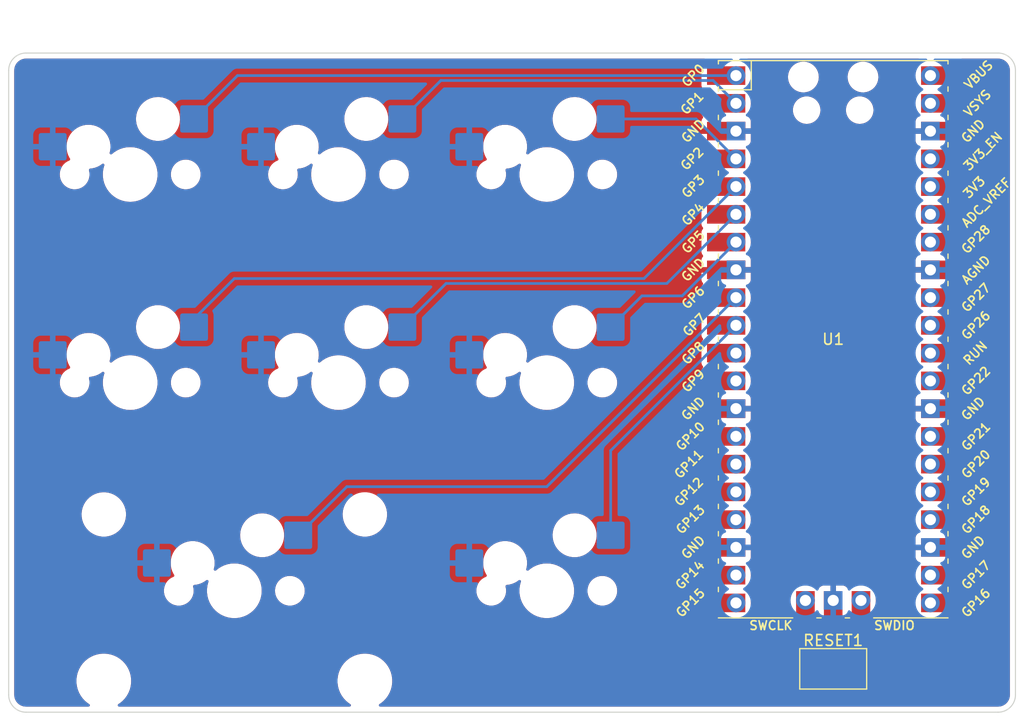
<source format=kicad_pcb>
(kicad_pcb (version 20211014) (generator pcbnew)
  (layers (0 "F.Cu" signal) (31 "B.Cu" signal) (34 "B.Paste" user) (35 "F.Paste" user) (36 "B.SilkS" user "B.Silkscreen") (37 "F.SilkS" user "F.Silkscreen") (38 "B.Mask" user) (39 "F.Mask" user) (44 "Edge.Cuts" user))
  (net 0 "")
  (net 1 "GND")
  (net 2 "reset")
  (net 3 "sw0")
  (net 4 "sw1")
  (net 5 "sw2")
  (net 6 "sw3")
  (net 7 "sw4")
  (net 8 "sw5")
  (net 28 "VDD_3v3")
  (net 34 "sw6")
  (net 35 "sw7")
  (footprint "MX_Hotswap:MX-Hotswap-1U" (layer "F.Cu") (at 164.30625 105.56875)
    (fp_text reference "SW8")
    (fp_text value "SW_Push")
    (pad "" np_thru_hole circle (at -3.81 -2.54) (size 3 3) (drill 3) (layers F&B.Cu *.Mask))
    (pad "" np_thru_hole circle (at 5.08 0 48.099) (size 1.7018 1.7018) (drill 1.7018) (layers F&B.Cu *.Mask))
    (pad "" np_thru_hole circle (at 0 0) (size 3.9878 3.9878) (drill 3.9878) (layers F&B.Cu *.Mask))
    (pad "" np_thru_hole circle (at 2.54 -5.08) (size 3 3) (drill 3) (layers F&B.Cu *.Mask))
    (pad "" np_thru_hole circle (at -5.08 0 48.099) (size 1.7018 1.7018) (drill 1.7018) (layers F&B.Cu *.Mask))
    (pad "1" smd roundrect (at -7.085 -2.54) (size 2.55 2.5) (layers "B.Cu" "B.Paste" "B.Mask") (roundrect_rratio 0.08) (net 1 "GND"))
    (pad "2" smd roundrect (at 5.842 -5.08) (size 2.55 2.5) (layers "B.Cu" "B.Paste" "B.Mask") (roundrect_rratio 0.08) (net 35 "sw7"))
  )
  (footprint "MX_Hotswap:MX-Hotswap-2U" (layer "F.Cu") (at 135.73125 105.56875)
    (fp_text reference "SW7")
    (fp_text value "SW_Push")
    (pad "" np_thru_hole circle (at -3.81 -2.54) (size 3 3) (drill 3) (layers F&B.Cu *.Mask))
    (pad "" np_thru_hole circle (at 5.08 0 48.099) (size 1.7018 1.7018) (drill 1.7018) (layers F&B.Cu *.Mask))
    (pad "" np_thru_hole circle (at 2.54 -5.08) (size 3 3) (drill 3) (layers F&B.Cu *.Mask))
    (pad "" np_thru_hole circle (at -11.938 8.255) (size 3.9878 3.9878) (drill 3.9878) (layers *.Cu *.Mask))
    (pad "" np_thru_hole circle (at -11.938 -6.985) (size 3.048 3.048) (drill 3.048) (layers *.Cu *.Mask))
    (pad "" np_thru_hole circle (at 11.938 8.255) (size 3.9878 3.9878) (drill 3.9878) (layers *.Cu *.Mask))
    (pad "" np_thru_hole circle (at -5.08 0 48.099) (size 1.7018 1.7018) (drill 1.7018) (layers F&B.Cu *.Mask))
    (pad "" np_thru_hole circle (at 11.938 -6.985) (size 3.048 3.048) (drill 3.048) (layers *.Cu *.Mask))
    (pad "" np_thru_hole circle (at 0 0) (size 3.9878 3.9878) (drill 3.9878) (layers F&B.Cu *.Mask))
    (pad "1" smd roundrect (at -7.085 -2.54) (size 2.55 2.5) (layers "B.Cu" "B.Paste" "B.Mask") (roundrect_rratio 0.08) (net 1 "GND"))
    (pad "2" smd roundrect (at 5.842 -5.08) (size 2.55 2.5) (layers "B.Cu" "B.Paste" "B.Mask") (roundrect_rratio 0.08) (net 34 "sw6"))
  )
  (footprint "MX_Hotswap:MX-Hotswap-1U" (layer "F.Cu") (at 126.20625 67.46875)
    (fp_text reference "SW1")
    (fp_text value "SW_Push")
    (pad "" np_thru_hole circle (at 2.54 -5.08) (size 3 3) (drill 3) (layers F&B.Cu *.Mask))
    (pad "" np_thru_hole circle (at -3.81 -2.54) (size 3 3) (drill 3) (layers F&B.Cu *.Mask))
    (pad "" np_thru_hole circle (at -5.08 0 48.099) (size 1.7018 1.7018) (drill 1.7018) (layers F&B.Cu *.Mask))
    (pad "" np_thru_hole circle (at 5.08 0 48.099) (size 1.7018 1.7018) (drill 1.7018) (layers F&B.Cu *.Mask))
    (pad "" np_thru_hole circle (at 0 0) (size 3.9878 3.9878) (drill 3.9878) (layers F&B.Cu *.Mask))
    (pad "1" smd roundrect (at -7.085 -2.54) (size 2.55 2.5) (layers "B.Cu" "B.Paste" "B.Mask") (roundrect_rratio 0.08) (net 1 "GND"))
    (pad "2" smd roundrect (at 5.842 -5.08) (size 2.55 2.5) (layers "B.Cu" "B.Paste" "B.Mask") (roundrect_rratio 0.08) (net 3 "sw0"))
  )
  (footprint "MX_Hotswap:MX-Hotswap-1U" (layer "F.Cu") (at 164.30625 67.46875)
    (fp_text reference "SW3")
    (fp_text value "SW_Push")
    (pad "" np_thru_hole circle (at 5.08 0 48.099) (size 1.7018 1.7018) (drill 1.7018) (layers F&B.Cu *.Mask))
    (pad "" np_thru_hole circle (at 0 0) (size 3.9878 3.9878) (drill 3.9878) (layers F&B.Cu *.Mask))
    (pad "" np_thru_hole circle (at 2.54 -5.08) (size 3 3) (drill 3) (layers F&B.Cu *.Mask))
    (pad "" np_thru_hole circle (at -5.08 0 48.099) (size 1.7018 1.7018) (drill 1.7018) (layers F&B.Cu *.Mask))
    (pad "" np_thru_hole circle (at -3.81 -2.54) (size 3 3) (drill 3) (layers F&B.Cu *.Mask))
    (pad "1" smd roundrect (at -7.085 -2.54) (size 2.55 2.5) (layers "B.Cu" "B.Paste" "B.Mask") (roundrect_rratio 0.08) (net 1 "GND"))
    (pad "2" smd roundrect (at 5.842 -5.08) (size 2.55 2.5) (layers "B.Cu" "B.Paste" "B.Mask") (roundrect_rratio 0.08) (net 5 "sw2"))
  )
  (footprint "MX_Hotswap:MX-Hotswap-1U" (layer "F.Cu") (at 164.30625 86.51875)
    (fp_text reference "SW6")
    (fp_text value "SW_Push")
    (pad "" np_thru_hole circle (at 0 0) (size 3.9878 3.9878) (drill 3.9878) (layers F&B.Cu *.Mask))
    (pad "" np_thru_hole circle (at -5.08 0 48.099) (size 1.7018 1.7018) (drill 1.7018) (layers F&B.Cu *.Mask))
    (pad "" np_thru_hole circle (at -3.81 -2.54) (size 3 3) (drill 3) (layers F&B.Cu *.Mask))
    (pad "" np_thru_hole circle (at 2.54 -5.08) (size 3 3) (drill 3) (layers F&B.Cu *.Mask))
    (pad "" np_thru_hole circle (at 5.08 0 48.099) (size 1.7018 1.7018) (drill 1.7018) (layers F&B.Cu *.Mask))
    (pad "1" smd roundrect (at -7.085 -2.54) (size 2.55 2.5) (layers "B.Cu" "B.Paste" "B.Mask") (roundrect_rratio 0.08) (net 1 "GND"))
    (pad "2" smd roundrect (at 5.842 -5.08) (size 2.55 2.5) (layers "B.Cu" "B.Paste" "B.Mask") (roundrect_rratio 0.08) (net 8 "sw5"))
  )
  (footprint "MX_Hotswap:MX-Hotswap-1U" (layer "F.Cu") (at 145.25625 67.46875)
    (fp_text reference "SW2")
    (fp_text value "SW_Push")
    (pad "" np_thru_hole circle (at -5.08 0 48.099) (size 1.7018 1.7018) (drill 1.7018) (layers F&B.Cu *.Mask))
    (pad "" np_thru_hole circle (at -3.81 -2.54) (size 3 3) (drill 3) (layers F&B.Cu *.Mask))
    (pad "" np_thru_hole circle (at 2.54 -5.08) (size 3 3) (drill 3) (layers F&B.Cu *.Mask))
    (pad "" np_thru_hole circle (at 5.08 0 48.099) (size 1.7018 1.7018) (drill 1.7018) (layers F&B.Cu *.Mask))
    (pad "" np_thru_hole circle (at 0 0) (size 3.9878 3.9878) (drill 3.9878) (layers F&B.Cu *.Mask))
    (pad "1" smd roundrect (at -7.085 -2.54) (size 2.55 2.5) (layers "B.Cu" "B.Paste" "B.Mask") (roundrect_rratio 0.08) (net 1 "GND"))
    (pad "2" smd roundrect (at 5.842 -5.08) (size 2.55 2.5) (layers "B.Cu" "B.Paste" "B.Mask") (roundrect_rratio 0.08) (net 4 "sw1"))
  )
  (footprint "MX_Hotswap:MX-Hotswap-1U" (layer "F.Cu") (at 145.25625 86.51875)
    (fp_text reference "SW5")
    (fp_text value "SW_Push")
    (pad "" np_thru_hole circle (at 0 0) (size 3.9878 3.9878) (drill 3.9878) (layers F&B.Cu *.Mask))
    (pad "" np_thru_hole circle (at -3.81 -2.54) (size 3 3) (drill 3) (layers F&B.Cu *.Mask))
    (pad "" np_thru_hole circle (at -5.08 0 48.099) (size 1.7018 1.7018) (drill 1.7018) (layers F&B.Cu *.Mask))
    (pad "" np_thru_hole circle (at 2.54 -5.08) (size 3 3) (drill 3) (layers F&B.Cu *.Mask))
    (pad "" np_thru_hole circle (at 5.08 0 48.099) (size 1.7018 1.7018) (drill 1.7018) (layers F&B.Cu *.Mask))
    (pad "1" smd roundrect (at -7.085 -2.54) (size 2.55 2.5) (layers "B.Cu" "B.Paste" "B.Mask") (roundrect_rratio 0.08) (net 1 "GND"))
    (pad "2" smd roundrect (at 5.842 -5.08) (size 2.55 2.5) (layers "B.Cu" "B.Paste" "B.Mask") (roundrect_rratio 0.08) (net 7 "sw4"))
  )
  (footprint "MX_Hotswap:MX-Hotswap-1U" (layer "F.Cu") (at 126.20625 86.51875)
    (fp_text reference "SW4")
    (fp_text value "SW_Push")
    (pad "" np_thru_hole circle (at 5.08 0 48.099) (size 1.7018 1.7018) (drill 1.7018) (layers F&B.Cu *.Mask))
    (pad "" np_thru_hole circle (at -3.81 -2.54) (size 3 3) (drill 3) (layers F&B.Cu *.Mask))
    (pad "" np_thru_hole circle (at 2.54 -5.08) (size 3 3) (drill 3) (layers F&B.Cu *.Mask))
    (pad "" np_thru_hole circle (at -5.08 0 48.099) (size 1.7018 1.7018) (drill 1.7018) (layers F&B.Cu *.Mask))
    (pad "" np_thru_hole circle (at 0 0) (size 3.9878 3.9878) (drill 3.9878) (layers F&B.Cu *.Mask))
    (pad "1" smd roundrect (at -7.085 -2.54) (size 2.55 2.5) (layers "B.Cu" "B.Paste" "B.Mask") (roundrect_rratio 0.08) (net 1 "GND"))
    (pad "2" smd roundrect (at 5.842 -5.08) (size 2.55 2.5) (layers "B.Cu" "B.Paste" "B.Mask") (roundrect_rratio 0.08) (net 6 "sw3"))
  )
  (footprint "Button_Switch_SMD:SW_SPST_CK_RS282G05A3" (layer "F.Cu") (at 190.5 112.7125)
    (fp_text reference "RESET1" (at 0 -2.6) (layer "F.SilkS"))
    (fp_text value "SW_Push")
    (fp_line (start -3.06 -1.85) (end 3.06 -1.85) (layer "F.SilkS") (width 0.12))
    (fp_line (start 3.06 -1.85) (end 3.06 1.85) (layer "F.SilkS") (width 0.12))
    (fp_line (start -3.06 1.85) (end -3.06 -1.85) (layer "F.SilkS") (width 0.12))
    (fp_line (start 3.06 1.85) (end -3.06 1.85) (layer "F.SilkS") (width 0.12))
    (pad "1" smd rect (at -3.9 0) (size 1.5 1.5) (layers "F.Cu" "F.Paste" "F.Mask") (net 1 "GND"))
    (pad "2" smd rect (at 3.9 0) (size 1.5 1.5) (layers "F.Cu" "F.Paste" "F.Mask") (net 2 "reset"))
  )
  (footprint "MCU_RaspberryPi_and_Boards:RPi_Pico_SMD_TH" (layer "F.Cu") (at 190.5 82.55)
    (fp_text reference "U1" (at 0 0) (layer "F.SilkS"))
    (fp_text value "Pico")
    (fp_text user "VBUS" (at 13.3 -24.2 45) (layer "F.SilkS") (effects (font (size 0.8 0.8))))
    (fp_text user "GP8" (at -12.8 1.27 45) (layer "F.SilkS") (effects (font (size 0.8 0.8))))
    (fp_text user "SWCLK" (at -5.7 26.2) (layer "F.SilkS") (effects (font (size 0.8 0.8))))
    (fp_text user "GP2" (at -12.9 -16.51 45) (layer "F.SilkS") (effects (font (size 0.8 0.8))))
    (fp_text user "GND" (at -12.8 19.05 45) (layer "F.SilkS") (effects (font (size 0.8 0.8))))
    (fp_text user "GP12" (at -13.2 13.97 45) (layer "F.SilkS") (effects (font (size 0.8 0.8))))
    (fp_text user "3V3_EN" (at 13.7 -17.2 45) (layer "F.SilkS") (effects (font (size 0.8 0.8))))
    (fp_text user "GP1" (at -12.9 -21.6 45) (layer "F.SilkS") (effects (font (size 0.8 0.8))))
    (fp_text user "GP11" (at -13.2 11.43 45) (layer "F.SilkS") (effects (font (size 0.8 0.8))))
    (fp_text user "GP18" (at 13.054 16.51 45) (layer "F.SilkS") (effects (font (size 0.8 0.8))))
    (fp_text user "GP21" (at 13.054 8.9 45) (layer "F.SilkS") (effects (font (size 0.8 0.8))))
    (fp_text user "GND" (at -12.8 6.35 45) (layer "F.SilkS") (effects (font (size 0.8 0.8))))
    (fp_text user "GP20" (at 13.054 11.43 45) (layer "F.SilkS") (effects (font (size 0.8 0.8))))
    (fp_text user "GND" (at 12.8 19.05 45) (layer "F.SilkS") (effects (font (size 0.8 0.8))))
    (fp_text user "AGND" (at 13.054 -6.35 45) (layer "F.SilkS") (effects (font (size 0.8 0.8))))
    (fp_text user "GND" (at 12.8 -19.05 45) (layer "F.SilkS") (effects (font (size 0.8 0.8))))
    (fp_text user "GP26" (at 13.054 -1.27 45) (layer "F.SilkS") (effects (font (size 0.8 0.8))))
    (fp_text user "RUN" (at 13 1.27 45) (layer "F.SilkS") (effects (font (size 0.8 0.8))))
    (fp_text user "GP22" (at 13.054 3.81 45) (layer "F.SilkS") (effects (font (size 0.8 0.8))))
    (fp_text user "3V3" (at 12.9 -13.9 45) (layer "F.SilkS") (effects (font (size 0.8 0.8))))
    (fp_text user "GP9" (at -12.8 3.81 45) (layer "F.SilkS") (effects (font (size 0.8 0.8))))
    (fp_text user "GND" (at 12.8 6.35 45) (layer "F.SilkS") (effects (font (size 0.8 0.8))))
    (fp_text user "GP5" (at -12.8 -8.89 45) (layer "F.SilkS") (effects (font (size 0.8 0.8))))
    (fp_text user "GP6" (at -12.8 -3.81 45) (layer "F.SilkS") (effects (font (size 0.8 0.8))))
    (fp_text user "GP28" (at 13.054 -9.144 45) (layer "F.SilkS") (effects (font (size 0.8 0.8))))
    (fp_text user "GND" (at -12.8 -19.05 45) (layer "F.SilkS") (effects (font (size 0.8 0.8))))
    (fp_text user "GP16" (at 13.054 24.13 45) (layer "F.SilkS") (effects (font (size 0.8 0.8))))
    (fp_text user "GP27" (at 13.054 -3.8 45) (layer "F.SilkS") (effects (font (size 0.8 0.8))))
    (fp_text user "GND" (at -12.8 -6.35 45) (layer "F.SilkS") (effects (font (size 0.8 0.8))))
    (fp_text user "ADC_VREF" (at 14 -12.5 45) (layer "F.SilkS") (effects (font (size 0.8 0.8))))
    (fp_text user "VSYS" (at 13.2 -21.59 45) (layer "F.SilkS") (effects (font (size 0.8 0.8))))
    (fp_text user "GP10" (at -13.054 8.89 45) (layer "F.SilkS") (effects (font (size 0.8 0.8))))
    (fp_text user "GP15" (at -13.054 24.13 45) (layer "F.SilkS") (effects (font (size 0.8 0.8))))
    (fp_text user "SWDIO" (at 5.6 26.2) (layer "F.SilkS") (effects (font (size 0.8 0.8))))
    (fp_text user "GP14" (at -13.1 21.59 45) (layer "F.SilkS") (effects (font (size 0.8 0.8))))
    (fp_text user "GP3" (at -12.8 -13.97 45) (layer "F.SilkS") (effects (font (size 0.8 0.8))))
    (fp_text user "GP4" (at -12.8 -11.43 45) (layer "F.SilkS") (effects (font (size 0.8 0.8))))
    (fp_text user "GP7" (at -12.7 -1.3 45) (layer "F.SilkS") (effects (font (size 0.8 0.8))))
    (fp_text user "GP17" (at 13.054 21.59 45) (layer "F.SilkS") (effects (font (size 0.8 0.8))))
    (fp_text user "GP13" (at -13.054 16.51 45) (layer "F.SilkS") (effects (font (size 0.8 0.8))))
    (fp_text user "GP0" (at -12.8 -24.13 45) (layer "F.SilkS") (effects (font (size 0.8 0.8))))
    (fp_text user "GP19" (at 13.054 13.97 45) (layer "F.SilkS") (effects (font (size 0.8 0.8))))
    (fp_line (start -10.5 -25.5) (end -10.5 -25.2) (layer "F.SilkS") (width 0.12))
    (fp_line (start -1.5 25.5) (end -1.1 25.5) (layer "F.SilkS") (width 0.12))
    (fp_line (start -10.5 -10.4) (end -10.5 -10) (layer "F.SilkS") (width 0.12))
    (fp_line (start 10.5 7.4) (end 10.5 7.8) (layer "F.SilkS") (width 0.12))
    (fp_line (start -10.5 -0.2) (end -10.5 0.2) (layer "F.SilkS") (width 0.12))
    (fp_line (start -10.5 -5.3) (end -10.5 -4.9) (layer "F.SilkS") (width 0.12))
    (fp_line (start -10.5 2.3) (end -10.5 2.7) (layer "F.SilkS") (width 0.12))
    (fp_line (start 10.5 -20.5) (end 10.5 -20.1) (layer "F.SilkS") (width 0.12))
    (fp_line (start 10.5 22.7) (end 10.5 23.1) (layer "F.SilkS") (width 0.12))
    (fp_line (start 1.1 25.5) (end 1.5 25.5) (layer "F.SilkS") (width 0.12))
    (fp_line (start -10.5 20.1) (end -10.5 20.5) (layer "F.SilkS") (width 0.12))
    (fp_line (start 10.5 -18) (end 10.5 -17.6) (layer "F.SilkS") (width 0.12))
    (fp_line (start 10.5 12.5) (end 10.5 12.9) (layer "F.SilkS") (width 0.12))
    (fp_line (start 10.5 -0.2) (end 10.5 0.2) (layer "F.SilkS") (width 0.12))
    (fp_line (start 10.5 -25.5) (end 10.5 -25.2) (layer "F.SilkS") (width 0.12))
    (fp_line (start -10.5 -22.833) (end -7.493 -22.833) (layer "F.SilkS") (width 0.12))
    (fp_line (start -10.5 -18) (end -10.5 -17.6) (layer "F.SilkS") (width 0.12))
    (fp_line (start 10.5 -12.9) (end 10.5 -12.5) (layer "F.SilkS") (width 0.12))
    (fp_line (start -10.5 -15.4) (end -10.5 -15) (layer "F.SilkS") (width 0.12))
    (fp_line (start -10.5 -12.9) (end -10.5 -12.5) (layer "F.SilkS") (width 0.12))
    (fp_line (start 10.5 20.1) (end 10.5 20.5) (layer "F.SilkS") (width 0.12))
    (fp_line (start 10.5 -7.8) (end 10.5 -7.4) (layer "F.SilkS") (width 0.12))
    (fp_line (start -3.7 25.5) (end -10.5 25.5) (layer "F.SilkS") (width 0.12))
    (fp_line (start 10.5 2.3) (end 10.5 2.7) (layer "F.SilkS") (width 0.12))
    (fp_line (start 10.5 10) (end 10.5 10.4) (layer "F.SilkS") (width 0.12))
    (fp_line (start -10.5 17.6) (end -10.5 18) (layer "F.SilkS") (width 0.12))
    (fp_line (start -7.493 -22.833) (end -7.493 -25.5) (layer "F.SilkS") (width 0.12))
    (fp_line (start 10.5 -15.4) (end 10.5 -15) (layer "F.SilkS") (width 0.12))
    (fp_line (start 10.5 15.1) (end 10.5 15.5) (layer "F.SilkS") (width 0.12))
    (fp_line (start -10.5 -2.7) (end -10.5 -2.3) (layer "F.SilkS") (width 0.12))
    (fp_line (start -10.5 22.7) (end -10.5 23.1) (layer "F.SilkS") (width 0.12))
    (fp_line (start 10.5 -2.7) (end 10.5 -2.3) (layer "F.SilkS") (width 0.12))
    (fp_line (start -10.5 4.9) (end -10.5 5.3) (layer "F.SilkS") (width 0.12))
    (fp_line (start -10.5 -20.5) (end -10.5 -20.1) (layer "F.SilkS") (width 0.12))
    (fp_line (start -10.5 7.4) (end -10.5 7.8) (layer "F.SilkS") (width 0.12))
    (fp_line (start -10.5 12.5) (end -10.5 12.9) (layer "F.SilkS") (width 0.12))
    (fp_line (start 10.5 -10.4) (end 10.5 -10) (layer "F.SilkS") (width 0.12))
    (fp_line (start 10.5 4.9) (end 10.5 5.3) (layer "F.SilkS") (width 0.12))
    (fp_line (start -10.5 -25.5) (end 10.5 -25.5) (layer "F.SilkS") (width 0.12))
    (fp_line (start 10.5 -23.1) (end 10.5 -22.7) (layer "F.SilkS") (width 0.12))
    (fp_line (start -10.5 -23.1) (end -10.5 -22.7) (layer "F.SilkS") (width 0.12))
    (fp_line (start -10.5 10) (end -10.5 10.4) (layer "F.SilkS") (width 0.12))
    (fp_line (start 10.5 25.5) (end 3.7 25.5) (layer "F.SilkS") (width 0.12))
    (fp_line (start 10.5 -5.3) (end 10.5 -4.9) (layer "F.SilkS") (width 0.12))
    (fp_line (start -10.5 -7.8) (end -10.5 -7.4) (layer "F.SilkS") (width 0.12))
    (fp_line (start 10.5 17.6) (end 10.5 18) (layer "F.SilkS") (width 0.12))
    (fp_line (start -10.5 15.1) (end -10.5 15.5) (layer "F.SilkS") (width 0.12))
    (pad "" np_thru_hole oval (at 2.725 -24) (size 1.8 1.8) (drill 1.8) (layers *.Cu *.Mask))
    (pad "" np_thru_hole oval (at -2.425 -20.97) (size 1.5 1.5) (drill 1.5) (layers *.Cu *.Mask))
    (pad "" np_thru_hole oval (at -2.725 -24) (size 1.8 1.8) (drill 1.8) (layers *.Cu *.Mask))
    (pad "" np_thru_hole oval (at 2.425 -20.97) (size 1.5 1.5) (drill 1.5) (layers *.Cu *.Mask))
    (pad "1" smd rect (at -8.89 -24.13) (size 3.5 1.7) (drill (offset -0.9 0)) (layers "F.Cu" "F.Mask") (net 3 "sw0"))
    (pad "1" thru_hole oval (at -8.89 -24.13) (size 1.7 1.7) (drill 1.02) (layers *.Cu *.Mask) (net 3 "sw0"))
    (pad "2" smd rect (at -8.89 -21.59) (size 3.5 1.7) (drill (offset -0.9 0)) (layers "F.Cu" "F.Mask") (net 4 "sw1"))
    (pad "2" thru_hole oval (at -8.89 -21.59) (size 1.7 1.7) (drill 1.02) (layers *.Cu *.Mask) (net 4 "sw1"))
    (pad "3" smd rect (at -8.89 -19.05) (size 3.5 1.7) (drill (offset -0.9 0)) (layers "F.Cu" "F.Mask") (net 1 "GND"))
    (pad "3" thru_hole rect (at -8.89 -19.05) (size 1.7 1.7) (drill 1.02) (layers *.Cu *.Mask) (net 1 "GND"))
    (pad "4" smd rect (at -8.89 -16.51) (size 3.5 1.7) (drill (offset -0.9 0)) (layers "F.Cu" "F.Mask") (net 5 "sw2"))
    (pad "4" thru_hole oval (at -8.89 -16.51) (size 1.7 1.7) (drill 1.02) (layers *.Cu *.Mask) (net 5 "sw2"))
    (pad "5" smd rect (at -8.89 -13.97) (size 3.5 1.7) (drill (offset -0.9 0)) (layers "F.Cu" "F.Mask") (net 6 "sw3"))
    (pad "5" thru_hole oval (at -8.89 -13.97) (size 1.7 1.7) (drill 1.02) (layers *.Cu *.Mask) (net 6 "sw3"))
    (pad "6" thru_hole oval (at -8.89 -11.43) (size 1.7 1.7) (drill 1.02) (layers *.Cu *.Mask) (net 7 "sw4"))
    (pad "6" smd rect (at -8.89 -11.43) (size 3.5 1.7) (drill (offset -0.9 0)) (layers "F.Cu" "F.Mask") (net 7 "sw4"))
    (pad "7" smd rect (at -8.89 -8.89) (size 3.5 1.7) (drill (offset -0.9 0)) (layers "F.Cu" "F.Mask") (net 8 "sw5"))
    (pad "7" thru_hole oval (at -8.89 -8.89) (size 1.7 1.7) (drill 1.02) (layers *.Cu *.Mask) (net 8 "sw5"))
    (pad "8" smd rect (at -8.89 -6.35) (size 3.5 1.7) (drill (offset -0.9 0)) (layers "F.Cu" "F.Mask") (net 1 "GND"))
    (pad "8" thru_hole rect (at -8.89 -6.35) (size 1.7 1.7) (drill 1.02) (layers *.Cu *.Mask) (net 1 "GND"))
    (pad "9" smd rect (at -8.89 -3.81) (size 3.5 1.7) (drill (offset -0.9 0)) (layers "F.Cu" "F.Mask") (net 34 "sw6"))
    (pad "9" thru_hole oval (at -8.89 -3.81) (size 1.7 1.7) (drill 1.02) (layers *.Cu *.Mask) (net 34 "sw6"))
    (pad "10" thru_hole oval (at -8.89 -1.27) (size 1.7 1.7) (drill 1.02) (layers *.Cu *.Mask) (net 35 "sw7"))
    (pad "10" smd rect (at -8.89 -1.27) (size 3.5 1.7) (drill (offset -0.9 0)) (layers "F.Cu" "F.Mask") (net 35 "sw7"))
    (pad "11" thru_hole oval (at -8.89 1.27) (size 1.7 1.7) (drill 1.02) (layers *.Cu *.Mask))
    (pad "11" smd rect (at -8.89 1.27) (size 3.5 1.7) (drill (offset -0.9 0)) (layers "F.Cu" "F.Mask"))
    (pad "12" smd rect (at -8.89 3.81) (size 3.5 1.7) (drill (offset -0.9 0)) (layers "F.Cu" "F.Mask"))
    (pad "12" thru_hole oval (at -8.89 3.81) (size 1.7 1.7) (drill 1.02) (layers *.Cu *.Mask))
    (pad "13" thru_hole rect (at -8.89 6.35) (size 1.7 1.7) (drill 1.02) (layers *.Cu *.Mask) (net 1 "GND"))
    (pad "13" smd rect (at -8.89 6.35) (size 3.5 1.7) (drill (offset -0.9 0)) (layers "F.Cu" "F.Mask") (net 1 "GND"))
    (pad "14" smd rect (at -8.89 8.89) (size 3.5 1.7) (drill (offset -0.9 0)) (layers "F.Cu" "F.Mask"))
    (pad "14" thru_hole oval (at -8.89 8.89) (size 1.7 1.7) (drill 1.02) (layers *.Cu *.Mask))
    (pad "15" smd rect (at -8.89 11.43) (size 3.5 1.7) (drill (offset -0.9 0)) (layers "F.Cu" "F.Mask"))
    (pad "15" thru_hole oval (at -8.89 11.43) (size 1.7 1.7) (drill 1.02) (layers *.Cu *.Mask))
    (pad "16" smd rect (at -8.89 13.97) (size 3.5 1.7) (drill (offset -0.9 0)) (layers "F.Cu" "F.Mask"))
    (pad "16" thru_hole oval (at -8.89 13.97) (size 1.7 1.7) (drill 1.02) (layers *.Cu *.Mask))
    (pad "17" smd rect (at -8.89 16.51) (size 3.5 1.7) (drill (offset -0.9 0)) (layers "F.Cu" "F.Mask"))
    (pad "17" thru_hole oval (at -8.89 16.51) (size 1.7 1.7) (drill 1.02) (layers *.Cu *.Mask))
    (pad "18" smd rect (at -8.89 19.05) (size 3.5 1.7) (drill (offset -0.9 0)) (layers "F.Cu" "F.Mask") (net 1 "GND"))
    (pad "18" thru_hole rect (at -8.89 19.05) (size 1.7 1.7) (drill 1.02) (layers *.Cu *.Mask) (net 1 "GND"))
    (pad "19" smd rect (at -8.89 21.59) (size 3.5 1.7) (drill (offset -0.9 0)) (layers "F.Cu" "F.Mask"))
    (pad "19" thru_hole oval (at -8.89 21.59) (size 1.7 1.7) (drill 1.02) (layers *.Cu *.Mask))
    (pad "20" smd rect (at -8.89 24.13) (size 3.5 1.7) (drill (offset -0.9 0)) (layers "F.Cu" "F.Mask"))
    (pad "20" thru_hole oval (at -8.89 24.13) (size 1.7 1.7) (drill 1.02) (layers *.Cu *.Mask))
    (pad "21" smd rect (at 8.89 24.13) (size 3.5 1.7) (drill (offset 0.9 0)) (layers "F.Cu" "F.Mask"))
    (pad "21" thru_hole oval (at 8.89 24.13) (size 1.7 1.7) (drill 1.02) (layers *.Cu *.Mask))
    (pad "22" smd rect (at 8.89 21.59) (size 3.5 1.7) (drill (offset 0.9 0)) (layers "F.Cu" "F.Mask"))
    (pad "22" thru_hole oval (at 8.89 21.59) (size 1.7 1.7) (drill 1.02) (layers *.Cu *.Mask))
    (pad "23" thru_hole rect (at 8.89 19.05) (size 1.7 1.7) (drill 1.02) (layers *.Cu *.Mask) (net 1 "GND"))
    (pad "23" smd rect (at 8.89 19.05) (size 3.5 1.7) (drill (offset 0.9 0)) (layers "F.Cu" "F.Mask") (net 1 "GND"))
    (pad "24" smd rect (at 8.89 16.51) (size 3.5 1.7) (drill (offset 0.9 0)) (layers "F.Cu" "F.Mask"))
    (pad "24" thru_hole oval (at 8.89 16.51) (size 1.7 1.7) (drill 1.02) (layers *.Cu *.Mask))
    (pad "25" smd rect (at 8.89 13.97) (size 3.5 1.7) (drill (offset 0.9 0)) (layers "F.Cu" "F.Mask"))
    (pad "25" thru_hole oval (at 8.89 13.97) (size 1.7 1.7) (drill 1.02) (layers *.Cu *.Mask))
    (pad "26" thru_hole oval (at 8.89 11.43) (size 1.7 1.7) (drill 1.02) (layers *.Cu *.Mask))
    (pad "26" smd rect (at 8.89 11.43) (size 3.5 1.7) (drill (offset 0.9 0)) (layers "F.Cu" "F.Mask"))
    (pad "27" thru_hole oval (at 8.89 8.89) (size 1.7 1.7) (drill 1.02) (layers *.Cu *.Mask))
    (pad "27" smd rect (at 8.89 8.89) (size 3.5 1.7) (drill (offset 0.9 0)) (layers "F.Cu" "F.Mask"))
    (pad "28" thru_hole rect (at 8.89 6.35) (size 1.7 1.7) (drill 1.02) (layers *.Cu *.Mask) (net 1 "GND"))
    (pad "28" smd rect (at 8.89 6.35) (size 3.5 1.7) (drill (offset 0.9 0)) (layers "F.Cu" "F.Mask") (net 1 "GND"))
    (pad "29" thru_hole oval (at 8.89 3.81) (size 1.7 1.7) (drill 1.02) (layers *.Cu *.Mask))
    (pad "29" smd rect (at 8.89 3.81) (size 3.5 1.7) (drill (offset 0.9 0)) (layers "F.Cu" "F.Mask"))
    (pad "30" smd rect (at 8.89 1.27) (size 3.5 1.7) (drill (offset 0.9 0)) (layers "F.Cu" "F.Mask") (net 2 "reset"))
    (pad "30" thru_hole oval (at 8.89 1.27) (size 1.7 1.7) (drill 1.02) (layers *.Cu *.Mask) (net 2 "reset"))
    (pad "31" smd rect (at 8.89 -1.27) (size 3.5 1.7) (drill (offset 0.9 0)) (layers "F.Cu" "F.Mask"))
    (pad "31" thru_hole oval (at 8.89 -1.27) (size 1.7 1.7) (drill 1.02) (layers *.Cu *.Mask))
    (pad "32" smd rect (at 8.89 -3.81) (size 3.5 1.7) (drill (offset 0.9 0)) (layers "F.Cu" "F.Mask"))
    (pad "32" thru_hole oval (at 8.89 -3.81) (size 1.7 1.7) (drill 1.02) (layers *.Cu *.Mask))
    (pad "33" thru_hole rect (at 8.89 -6.35) (size 1.7 1.7) (drill 1.02) (layers *.Cu *.Mask) (net 1 "GND"))
    (pad "33" smd rect (at 8.89 -6.35) (size 3.5 1.7) (drill (offset 0.9 0)) (layers "F.Cu" "F.Mask") (net 1 "GND"))
    (pad "34" smd rect (at 8.89 -8.89) (size 3.5 1.7) (drill (offset 0.9 0)) (layers "F.Cu" "F.Mask"))
    (pad "34" thru_hole oval (at 8.89 -8.89) (size 1.7 1.7) (drill 1.02) (layers *.Cu *.Mask))
    (pad "35" smd rect (at 8.89 -11.43) (size 3.5 1.7) (drill (offset 0.9 0)) (layers "F.Cu" "F.Mask"))
    (pad "35" thru_hole oval (at 8.89 -11.43) (size 1.7 1.7) (drill 1.02) (layers *.Cu *.Mask))
    (pad "36" thru_hole oval (at 8.89 -13.97) (size 1.7 1.7) (drill 1.02) (layers *.Cu *.Mask) (net 28 "VDD_3v3"))
    (pad "36" smd rect (at 8.89 -13.97) (size 3.5 1.7) (drill (offset 0.9 0)) (layers "F.Cu" "F.Mask") (net 28 "VDD_3v3"))
    (pad "37" thru_hole oval (at 8.89 -16.51) (size 1.7 1.7) (drill 1.02) (layers *.Cu *.Mask))
    (pad "37" smd rect (at 8.89 -16.51) (size 3.5 1.7) (drill (offset 0.9 0)) (layers "F.Cu" "F.Mask"))
    (pad "38" smd rect (at 8.89 -19.05) (size 3.5 1.7) (drill (offset 0.9 0)) (layers "F.Cu" "F.Mask") (net 1 "GND"))
    (pad "38" thru_hole rect (at 8.89 -19.05) (size 1.7 1.7) (drill 1.02) (layers *.Cu *.Mask) (net 1 "GND"))
    (pad "39" thru_hole oval (at 8.89 -21.59) (size 1.7 1.7) (drill 1.02) (layers *.Cu *.Mask))
    (pad "39" smd rect (at 8.89 -21.59) (size 3.5 1.7) (drill (offset 0.9 0)) (layers "F.Cu" "F.Mask"))
    (pad "40" thru_hole oval (at 8.89 -24.13) (size 1.7 1.7) (drill 1.02) (layers *.Cu *.Mask))
    (pad "40" smd rect (at 8.89 -24.13) (size 3.5 1.7) (drill (offset 0.9 0)) (layers "F.Cu" "F.Mask"))
    (pad "41" smd rect (at -2.54 23.9 90) (size 3.5 1.7) (drill (offset -0.9 0)) (layers "F.Cu" "F.Mask"))
    (pad "41" thru_hole oval (at -2.54 23.9) (size 1.7 1.7) (drill 1.02) (layers *.Cu *.Mask))
    (pad "42" thru_hole rect (at 0 23.9) (size 1.7 1.7) (drill 1.02) (layers *.Cu *.Mask) (net 1 "GND"))
    (pad "42" smd rect (at 0 23.9 90) (size 3.5 1.7) (drill (offset -0.9 0)) (layers "F.Cu" "F.Mask") (net 1 "GND"))
    (pad "43" thru_hole oval (at 2.54 23.9) (size 1.7 1.7) (drill 1.02) (layers *.Cu *.Mask))
    (pad "43" smd rect (at 2.54 23.9 90) (size 3.5 1.7) (drill (offset -0.9 0)) (layers "F.Cu" "F.Mask"))
  )
  (gr_arc (start 115.09375 57.94375) (mid 115.558718 56.821218) (end 116.68125 56.35625) (layer "Edge.Cuts") (width 0.1))
  (gr_line (start 116.68125 116.68125) (end 205.58125 116.68125) (layer "Edge.Cuts") (width 0.1))
  (gr_arc (start 205.58125 56.35625) (mid 206.703782 56.821218) (end 207.16875 57.94375) (layer "Edge.Cuts") (width 0.1))
  (gr_arc (start 207.16875 115.09375) (mid 206.703782 116.216282) (end 205.58125 116.68125) (layer "Edge.Cuts") (width 0.1))
  (gr_line (start 115.09375 57.94375) (end 115.09375 115.09375) (layer "Edge.Cuts") (width 0.1))
  (gr_line (start 207.16875 57.94375) (end 207.16875 115.09375) (layer "Edge.Cuts") (width 0.1))
  (gr_line (start 116.68125 56.35625) (end 205.58125 56.35625) (layer "Edge.Cuts") (width 0.1))
  (gr_arc (start 116.68125 116.68125) (mid 115.558718 116.216282) (end 115.09375 115.09375) (layer "Edge.Cuts") (width 0.1))
  (segment (start 200.025 112.7125) (end 203.99375 108.74375) (width 0.25) (layer "F.Cu") (net 2))
  (segment (start 194.4 112.7125) (end 200.025 112.7125) (width 0.25) (layer "F.Cu") (net 2))
  (segment (start 201 83.82) (end 199.39 83.82) (width 0.25) (layer "F.Cu") (net 2))
  (segment (start 203.99375 108.74375) (end 203.99375 86.81375) (width 0.25) (layer "F.Cu") (net 2))
  (segment (start 203.99375 86.81375) (end 201 83.82) (width 0.25) (layer "F.Cu") (net 2))
  (segment (start 132.04825 62.38875) (end 136.017 58.42) (width 0.25) (layer "B.Cu") (net 3))
  (segment (start 136.017 58.42) (end 181.61 58.42) (width 0.25) (layer "B.Cu") (net 3))
  (segment (start 179.52 58.87) (end 181.61 60.96) (width 0.25) (layer "B.Cu") (net 4))
  (segment (start 154.617 58.87) (end 179.52 58.87) (width 0.25) (layer "B.Cu") (net 4))
  (segment (start 151.09825 62.38875) (end 154.617 58.87) (width 0.25) (layer "B.Cu") (net 4))
  (segment (start 170.14825 62.38875) (end 177.95875 62.38875) (width 0.25) (layer "B.Cu") (net 5))
  (segment (start 177.95875 62.38875) (end 181.61 66.04) (width 0.25) (layer "B.Cu") (net 5))
  (segment (start 132.04825 80.67675) (end 135.73125 76.99375) (width 0.25) (layer "B.Cu") (net 6))
  (segment (start 132.04825 81.43875) (end 132.04825 80.67675) (width 0.25) (layer "B.Cu") (net 6))
  (segment (start 173.19625 76.99375) (end 181.61 68.58) (width 0.25) (layer "B.Cu") (net 6))
  (segment (start 135.73125 76.99375) (end 173.19625 76.99375) (width 0.25) (layer "B.Cu") (net 6))
  (segment (start 155.09325 77.44375) (end 175.28625 77.44375) (width 0.25) (layer "B.Cu") (net 7))
  (segment (start 175.28625 77.44375) (end 181.61 71.12) (width 0.25) (layer "B.Cu") (net 7))
  (segment (start 151.09825 81.43875) (end 155.09325 77.44375) (width 0.25) (layer "B.Cu") (net 7))
  (segment (start 173.00575 78.58125) (end 176.68875 78.58125) (width 0.25) (layer "B.Cu") (net 8))
  (segment (start 176.68875 78.58125) (end 181.61 73.66) (width 0.25) (layer "B.Cu") (net 8))
  (segment (start 170.14825 81.43875) (end 173.00575 78.58125) (width 0.25) (layer "B.Cu") (net 8))
  (segment (start 141.57325 100.48875) (end 146.01825 96.04375) (width 0.25) (layer "B.Cu") (net 34))
  (segment (start 146.01825 96.04375) (end 164.30625 96.04375) (width 0.25) (layer "B.Cu") (net 34))
  (segment (start 164.30625 96.04375) (end 181.61 78.74) (width 0.25) (layer "B.Cu") (net 34))
  (segment (start 170.14825 92.74175) (end 181.61 81.28) (width 0.25) (layer "B.Cu") (net 35))
  (segment (start 170.14825 100.48875) (end 170.14825 92.74175) (width 0.25) (layer "B.Cu") (net 35))
  (zone (net 1) (net_name "GND") (layers F&B.Cu) (connect_pads (clearance 0.508)) (min_thickness 0.254) (fill yes (thermal_gap 0.508) (thermal_bridge_width 0.508))
    (polygon (pts (xy 207.9625 78.58125) (xy 207.9625 117.475) (xy 114.3 117.475) (xy 114.3 55.5625) (xy 207.9625 55.5625)))
  )
)
</source>
